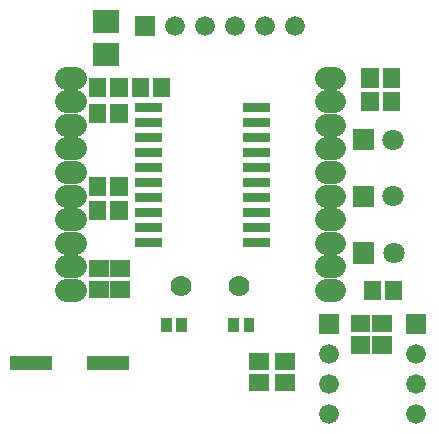
<source format=gbr>
G04 start of page 4 for group -4063 idx -4063 *
G04 Title: (unknown), componentmask *
G04 Creator: pcb 20091103 *
G04 CreationDate: Sun 30 Jan 2011 02:46:18 GMT UTC *
G04 For: thomas *
G04 Format: Gerber/RS-274X *
G04 PCB-Dimensions: 167323 163386 *
G04 PCB-Coordinate-Origin: lower left *
%MOIN*%
%FSLAX25Y25*%
%LNFRONTMASK*%
%ADD13C,0.0200*%
%ADD31C,0.0660*%
%ADD32C,0.0750*%
%ADD33C,0.0700*%
%ADD34C,0.0710*%
%ADD35R,0.0572X0.0572*%
%ADD36R,0.0300X0.0300*%
%ADD37R,0.0750X0.0750*%
%ADD38R,0.0355X0.0355*%
%ADD39R,0.0490X0.0490*%
G54D13*G36*
X54466Y146225D02*Y139625D01*
X61066D01*
Y146225D01*
X54466D01*
G37*
G54D31*X67766Y142925D03*
X77766D03*
X87766D03*
X97766D03*
G54D32*X32829Y54920D03*
G54D33*X69718Y56407D03*
X88930D03*
G54D32*X32829Y62794D03*
Y70668D03*
Y78542D03*
Y86416D03*
Y94289D03*
Y102163D03*
Y110037D03*
Y117911D03*
Y125785D03*
G54D31*X107766Y142925D03*
G54D32*X119443Y125785D03*
Y117911D03*
G54D34*X140522Y67334D03*
G54D13*G36*
X144732Y47001D02*Y40401D01*
X151332D01*
Y47001D01*
X144732D01*
G37*
G54D31*X148032Y33701D03*
Y23701D03*
Y13701D03*
G54D34*X140434Y105118D03*
Y86220D03*
G54D13*G36*
X126972Y70884D02*Y63784D01*
X134072D01*
Y70884D01*
X126972D01*
G37*
G54D32*X119443Y86416D03*
Y78542D03*
Y70668D03*
G54D13*G36*
X126884Y89770D02*Y82670D01*
X133984D01*
Y89770D01*
X126884D01*
G37*
G36*
Y108668D02*Y101568D01*
X133984D01*
Y108668D01*
X126884D01*
G37*
G54D32*X119443Y110037D03*
Y102163D03*
Y94289D03*
Y62794D03*
Y54920D03*
G54D13*G36*
X115598Y47001D02*Y40401D01*
X122198D01*
Y47001D01*
X115598D01*
G37*
G54D31*X118898Y33701D03*
Y23701D03*
Y13701D03*
G54D35*X41939Y89774D02*Y88988D01*
Y81900D02*Y81114D01*
Y122845D02*Y122059D01*
X56113Y122845D02*Y122059D01*
X63199Y122845D02*Y122059D01*
X49025Y122845D02*Y122059D01*
G54D36*X55868Y115850D02*X61868D01*
X55868Y110850D02*X61868D01*
G54D35*X49026Y114185D02*Y113399D01*
G54D36*X55868Y105850D02*X61868D01*
X55868Y100850D02*X61868D01*
G54D35*X41940Y114185D02*Y113399D01*
Y62216D02*X42726D01*
X49026D02*X49812D01*
X133466Y55117D02*Y54331D01*
X140552Y55117D02*Y54331D01*
G54D32*X118068Y54920D02*X120818D01*
G54D35*X41940Y55130D02*X42726D01*
X49026D02*X49812D01*
X136221Y43701D02*X137007D01*
X129123D02*X129909D01*
X136221Y36615D02*X137007D01*
X129123D02*X129909D01*
G54D36*X91868Y70850D02*X97868D01*
X91868Y75850D02*X97868D01*
X91868Y80850D02*X97868D01*
X91868Y85850D02*X97868D01*
G54D32*X118068Y94289D02*X120818D01*
X118068Y86416D02*X120818D01*
X118068Y78542D02*X120818D01*
X118068Y70668D02*X120818D01*
X118068Y62794D02*X120818D01*
G54D36*X91868Y90850D02*X97868D01*
X91868Y95850D02*X97868D01*
X91868Y100850D02*X97868D01*
X91868Y105850D02*X97868D01*
X91868Y110850D02*X97868D01*
X91868Y115850D02*X97868D01*
G54D32*X118068Y125785D02*X120818D01*
X118068Y117911D02*X120818D01*
X118068Y110037D02*X120818D01*
X118068Y102163D02*X120818D01*
G54D35*X132678Y118109D02*Y117323D01*
Y125983D02*Y125197D01*
X139764Y118109D02*Y117323D01*
Y125983D02*Y125197D01*
G54D32*X31454Y102163D02*X34204D01*
X31454Y110037D02*X34204D01*
X31454Y117911D02*X34204D01*
X31454Y125785D02*X34204D01*
G54D37*X44095Y133488D02*X45295D01*
X44095Y144488D02*X45295D01*
G54D38*X64774Y43712D02*Y42728D01*
X69892Y43712D02*Y42728D01*
X87215Y43712D02*Y42728D01*
G54D39*X15295Y30602D02*X24295D01*
X40795D02*X49895D01*
G54D32*X31454Y54920D02*X34204D01*
X31454Y62794D02*X34204D01*
G54D35*X103938Y24016D02*X104724D01*
X103938Y31102D02*X104724D01*
X95278Y24016D02*X96064D01*
X95278Y31102D02*X96064D01*
G54D38*X92333Y43712D02*Y42728D01*
G54D35*X49025Y89774D02*Y88988D01*
Y81900D02*Y81114D01*
G54D36*X55868Y95850D02*X61868D01*
X55868Y90850D02*X61868D01*
X55868Y85850D02*X61868D01*
X55868Y80850D02*X61868D01*
X55868Y75850D02*X61868D01*
X55868Y70850D02*X61868D01*
G54D32*X31454Y70668D02*X34204D01*
X31454Y78542D02*X34204D01*
X31454Y86416D02*X34204D01*
X31454Y94289D02*X34204D01*
M02*

</source>
